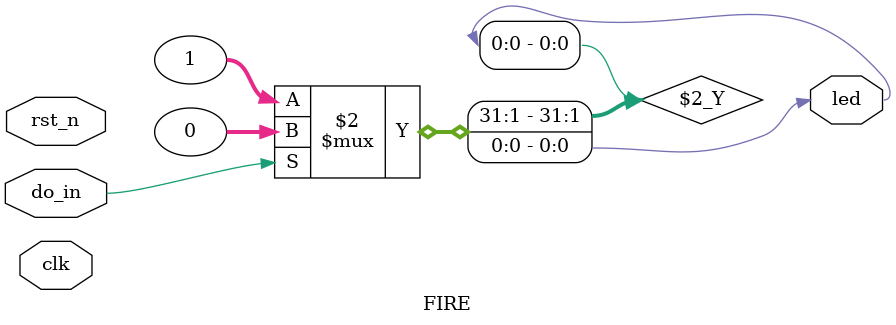
<source format=v>
`timescale 1ns / 1ps
module FIRE(clk,rst_n,led,do_in
    );

input clk;
input rst_n;
input do_in;
output led;

assign led=(do_in==0)?1:0;

/*
always@(posedge clk or negedge rst_n)
begin
if(!rst_n)
led<=0;
else if(do_in==0)
led<=1;
else
led<=0;
end
*/
endmodule

</source>
